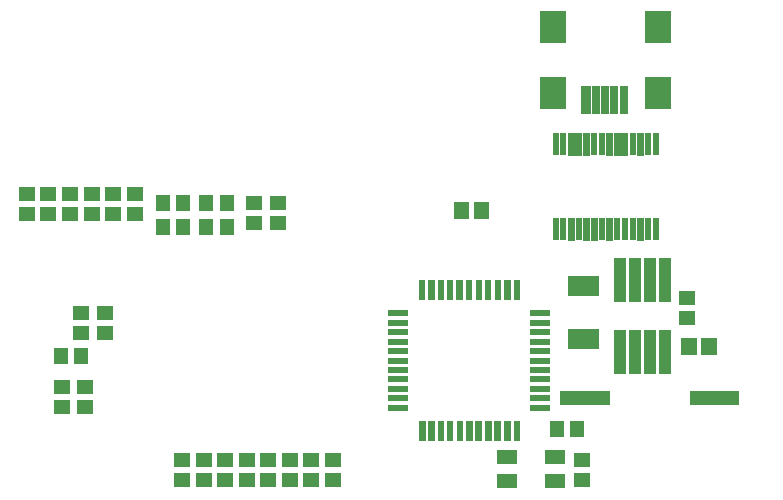
<source format=gbr>
%FSLAX34Y34*%
%MOMM*%
%LNSMDMASK_TOP*%
G71*
G01*
%ADD10R, 0.60X1.70*%
%ADD11R, 1.70X0.60*%
%ADD12R, 4.20X1.20*%
%ADD13R, 1.00X2.60*%
%ADD14R, 0.65X1.70*%
%ADD15R, 1.30X1.40*%
%ADD16R, 1.40X1.30*%
%ADD17R, 1.70X1.20*%
%ADD18R, 0.60X1.90*%
%ADD19R, 2.20X2.70*%
%ADD20R, 0.80X2.40*%
%ADD21R, 1.00X3.70*%
%LPD*%
G36*
X469062Y633612D02*
X475062Y633613D01*
X475062Y616613D01*
X469062Y616612D01*
X469062Y633612D01*
G37*
X472062Y745113D02*
G54D10*
D03*
G36*
X477062Y633612D02*
X483062Y633613D01*
X483062Y616613D01*
X477062Y616612D01*
X477062Y633612D01*
G37*
G36*
X477062Y753612D02*
X483062Y753613D01*
X483062Y736613D01*
X477062Y736612D01*
X477062Y753612D01*
G37*
X488062Y625113D02*
G54D10*
D03*
X488062Y745113D02*
G54D10*
D03*
X496062Y625113D02*
G54D10*
D03*
X496062Y745113D02*
G54D10*
D03*
X504062Y625113D02*
G54D10*
D03*
G36*
X501062Y753612D02*
X507062Y753613D01*
X507062Y736613D01*
X501062Y736612D01*
X501062Y753612D01*
G37*
G36*
X509062Y633612D02*
X515061Y633613D01*
X515062Y616613D01*
X509062Y616612D01*
X509062Y633612D01*
G37*
X512062Y745113D02*
G54D10*
D03*
G36*
X517062Y633612D02*
X523062Y633613D01*
X523062Y616613D01*
X517062Y616612D01*
X517062Y633612D01*
G37*
X520062Y745113D02*
G54D10*
D03*
G36*
X525062Y633612D02*
X531062Y633613D01*
X531062Y616613D01*
X525062Y616612D01*
X525062Y633612D01*
G37*
X528062Y745113D02*
G54D10*
D03*
G36*
X533061Y633612D02*
X539061Y633613D01*
X539063Y616613D01*
X533063Y616612D01*
X533061Y633612D01*
G37*
X536062Y745113D02*
G54D10*
D03*
G36*
X541061Y633612D02*
X547061Y633613D01*
X547062Y616613D01*
X541062Y616612D01*
X541061Y633612D01*
G37*
G36*
X541062Y753613D02*
X547062Y753613D01*
X547062Y736613D01*
X541062Y736613D01*
X541062Y753613D01*
G37*
X552062Y625113D02*
G54D10*
D03*
X552062Y745113D02*
G54D10*
D03*
X452062Y645113D02*
G54D11*
D03*
X572062Y645113D02*
G54D11*
D03*
X452062Y653113D02*
G54D11*
D03*
X572062Y653112D02*
G54D11*
D03*
X452062Y661113D02*
G54D11*
D03*
X572062Y661113D02*
G54D11*
D03*
X452062Y669112D02*
G54D11*
D03*
X572062Y669113D02*
G54D11*
D03*
X452062Y677113D02*
G54D11*
D03*
X572062Y677113D02*
G54D11*
D03*
X452062Y685113D02*
G54D11*
D03*
X572062Y685113D02*
G54D11*
D03*
X452062Y693112D02*
G54D11*
D03*
X572062Y693113D02*
G54D11*
D03*
X452062Y701113D02*
G54D11*
D03*
X572062Y701113D02*
G54D11*
D03*
X452062Y709113D02*
G54D11*
D03*
X572062Y709113D02*
G54D11*
D03*
X452062Y717112D02*
G54D11*
D03*
X572062Y717113D02*
G54D11*
D03*
X452062Y725113D02*
G54D11*
D03*
X572062Y725113D02*
G54D11*
D03*
X452066Y685115D02*
G54D11*
D03*
X572062Y693113D02*
G54D11*
D03*
X610225Y653785D02*
G54D12*
D03*
G36*
X698762Y659691D02*
X740762Y659692D01*
X740762Y647692D01*
X698762Y647691D01*
X698762Y659691D01*
G37*
X639705Y697754D02*
G54D13*
D03*
G36*
X647404Y710754D02*
X657404Y710754D01*
X657405Y684754D01*
X647405Y684754D01*
X647404Y710754D01*
G37*
G36*
X660104Y710754D02*
X670104Y710754D01*
X670105Y684754D01*
X660105Y684754D01*
X660104Y710754D01*
G37*
X677805Y697754D02*
G54D13*
D03*
G36*
X672805Y760754D02*
X682805Y760754D01*
X682805Y734754D01*
X672805Y734754D01*
X672805Y760754D01*
G37*
X665105Y747754D02*
G54D13*
D03*
X652405Y747754D02*
G54D13*
D03*
X639705Y747754D02*
G54D13*
D03*
X618233Y748029D02*
G54D14*
D03*
X611883Y748029D02*
G54D14*
D03*
X605533Y748029D02*
G54D14*
D03*
X599183Y748029D02*
G54D14*
D03*
X618233Y703182D02*
G54D14*
D03*
X611883Y703182D02*
G54D14*
D03*
X605533Y703182D02*
G54D14*
D03*
X599183Y703182D02*
G54D14*
D03*
X618234Y748025D02*
G54D14*
D03*
X677802Y697756D02*
G54D13*
D03*
X698102Y696912D02*
G54D15*
D03*
G36*
X708602Y703912D02*
X721602Y703912D01*
X721602Y689912D01*
X708602Y689912D01*
X708602Y703912D01*
G37*
X586581Y627459D02*
G54D15*
D03*
X603581Y627459D02*
G54D15*
D03*
G36*
X691599Y703907D02*
X704599Y703908D01*
X704599Y689908D01*
X691599Y689907D01*
X691599Y703907D01*
G37*
X586584Y627455D02*
G54D15*
D03*
X696681Y738354D02*
G54D16*
D03*
X696681Y721354D02*
G54D16*
D03*
X696677Y738351D02*
G54D16*
D03*
X584477Y603744D02*
G54D17*
D03*
X584474Y583502D02*
G54D17*
D03*
X543994Y603749D02*
G54D17*
D03*
X543993Y583502D02*
G54D17*
D03*
X166853Y662946D02*
G54D16*
D03*
X166853Y645946D02*
G54D16*
D03*
X186696Y662946D02*
G54D16*
D03*
X186696Y645946D02*
G54D16*
D03*
X166851Y645951D02*
G54D16*
D03*
X186696Y645946D02*
G54D16*
D03*
X183291Y688974D02*
G54D15*
D03*
X166291Y688975D02*
G54D15*
D03*
X203762Y708653D02*
G54D16*
D03*
X203763Y725653D02*
G54D16*
D03*
X183125Y708653D02*
G54D16*
D03*
X183125Y725653D02*
G54D16*
D03*
G36*
X499118Y819007D02*
X512118Y819007D01*
X512119Y805007D01*
X499119Y805007D01*
X499118Y819007D01*
G37*
G36*
X516118Y819007D02*
X529118Y819007D01*
X529119Y805007D01*
X516119Y805007D01*
X516118Y819007D01*
G37*
X505621Y812002D02*
G54D15*
D03*
X350209Y818918D02*
G54D16*
D03*
X350209Y801918D02*
G54D16*
D03*
X329572Y818918D02*
G54D16*
D03*
X329572Y801918D02*
G54D16*
D03*
X329571Y818918D02*
G54D16*
D03*
X350209Y818918D02*
G54D16*
D03*
X306478Y818541D02*
G54D15*
D03*
X289478Y818541D02*
G54D15*
D03*
X306478Y798300D02*
G54D15*
D03*
X289478Y798300D02*
G54D15*
D03*
X269568Y818541D02*
G54D15*
D03*
X252568Y818541D02*
G54D15*
D03*
X269568Y798300D02*
G54D15*
D03*
X252568Y798300D02*
G54D15*
D03*
X396644Y600638D02*
G54D16*
D03*
X396644Y583638D02*
G54D16*
D03*
X378387Y600638D02*
G54D16*
D03*
X378387Y583638D02*
G54D16*
D03*
X360131Y600638D02*
G54D16*
D03*
X360131Y583638D02*
G54D16*
D03*
X341875Y600638D02*
G54D16*
D03*
X341875Y583638D02*
G54D16*
D03*
X323619Y600638D02*
G54D16*
D03*
X323619Y583638D02*
G54D16*
D03*
X305362Y600638D02*
G54D16*
D03*
X305362Y583638D02*
G54D16*
D03*
X287106Y600638D02*
G54D16*
D03*
X287106Y583638D02*
G54D16*
D03*
X268850Y600638D02*
G54D16*
D03*
X268850Y583638D02*
G54D16*
D03*
X607781Y601034D02*
G54D16*
D03*
X607781Y584034D02*
G54D16*
D03*
X228766Y826460D02*
G54D16*
D03*
X228766Y809460D02*
G54D16*
D03*
X210509Y826460D02*
G54D16*
D03*
X210509Y809460D02*
G54D16*
D03*
X192253Y826460D02*
G54D16*
D03*
X192253Y809460D02*
G54D16*
D03*
X173997Y826460D02*
G54D16*
D03*
X173997Y809460D02*
G54D16*
D03*
X155741Y826460D02*
G54D16*
D03*
X155741Y809460D02*
G54D16*
D03*
X137484Y826460D02*
G54D16*
D03*
X137484Y809460D02*
G54D16*
D03*
X669732Y796085D02*
G54D18*
D03*
X663232Y796085D02*
G54D18*
D03*
G36*
X653731Y805585D02*
X659731Y805585D01*
X659732Y786585D01*
X653732Y786585D01*
X653731Y805585D01*
G37*
X650232Y796086D02*
G54D18*
D03*
X643732Y796085D02*
G54D18*
D03*
X637232Y796085D02*
G54D18*
D03*
G36*
X627731Y805585D02*
X633731Y805585D01*
X633732Y786585D01*
X627732Y786585D01*
X627731Y805585D01*
G37*
X624232Y796085D02*
G54D18*
D03*
G36*
X614731Y805585D02*
X620731Y805586D01*
X620732Y786586D01*
X614732Y786585D01*
X614731Y805585D01*
G37*
G36*
X608231Y805585D02*
X614231Y805585D01*
X614232Y786585D01*
X608232Y786585D01*
X608231Y805585D01*
G37*
X604732Y796085D02*
G54D18*
D03*
G36*
X595231Y805585D02*
X601231Y805586D01*
X601232Y786586D01*
X595232Y786585D01*
X595231Y805585D01*
G37*
X591732Y796085D02*
G54D18*
D03*
X585232Y796085D02*
G54D18*
D03*
X669732Y868085D02*
G54D18*
D03*
X663232Y868086D02*
G54D18*
D03*
G36*
X653731Y877585D02*
X659731Y877585D01*
X659732Y858585D01*
X653732Y858585D01*
X653731Y877585D01*
G37*
X650232Y868085D02*
G54D18*
D03*
G36*
X640731Y877585D02*
X646731Y877585D01*
X646732Y858585D01*
X640732Y858585D01*
X640731Y877585D01*
G37*
G36*
X634231Y877585D02*
X640231Y877585D01*
X640232Y858585D01*
X634232Y858585D01*
X634231Y877585D01*
G37*
G36*
X627731Y877585D02*
X633731Y877585D01*
X633732Y858585D01*
X627732Y858585D01*
X627731Y877585D01*
G37*
X624232Y868085D02*
G54D18*
D03*
X617732Y868085D02*
G54D18*
D03*
G36*
X608231Y877585D02*
X614231Y877585D01*
X614232Y858585D01*
X608232Y858585D01*
X608231Y877585D01*
G37*
G36*
X601731Y877585D02*
X607731Y877585D01*
X607732Y858585D01*
X601732Y858585D01*
X601731Y877585D01*
G37*
G36*
X595231Y877585D02*
X601231Y877586D01*
X601232Y858586D01*
X595232Y858585D01*
X595231Y877585D01*
G37*
X591732Y868085D02*
G54D18*
D03*
X585232Y868085D02*
G54D18*
D03*
X604731Y796088D02*
G54D18*
D03*
X630732Y868085D02*
G54D18*
D03*
X624237Y796077D02*
G54D18*
D03*
X671402Y967251D02*
G54D19*
D03*
X671402Y911688D02*
G54D19*
D03*
X582502Y911688D02*
G54D19*
D03*
X582502Y967251D02*
G54D19*
D03*
X642971Y905670D02*
G54D20*
D03*
X634971Y905670D02*
G54D20*
D03*
X626971Y905670D02*
G54D20*
D03*
X618971Y905670D02*
G54D20*
D03*
X610971Y905670D02*
G54D20*
D03*
G36*
X606971Y917670D02*
X614971Y917670D01*
X614971Y893670D01*
X606971Y893670D01*
X606971Y917670D01*
G37*
X650232Y796086D02*
G54D18*
D03*
X137486Y809457D02*
G54D16*
D03*
X155740Y809460D02*
G54D16*
D03*
X173997Y809460D02*
G54D16*
D03*
X192253Y809460D02*
G54D16*
D03*
X210509Y809460D02*
G54D16*
D03*
X228766Y809460D02*
G54D16*
D03*
X639762Y692150D02*
G54D21*
D03*
X652462Y692150D02*
G54D21*
D03*
X665162Y692150D02*
G54D21*
D03*
X677862Y692547D02*
G54D21*
D03*
X639762Y753269D02*
G54D21*
D03*
X652462Y753269D02*
G54D21*
D03*
X665162Y753269D02*
G54D21*
D03*
X677862Y753269D02*
G54D21*
D03*
M02*

</source>
